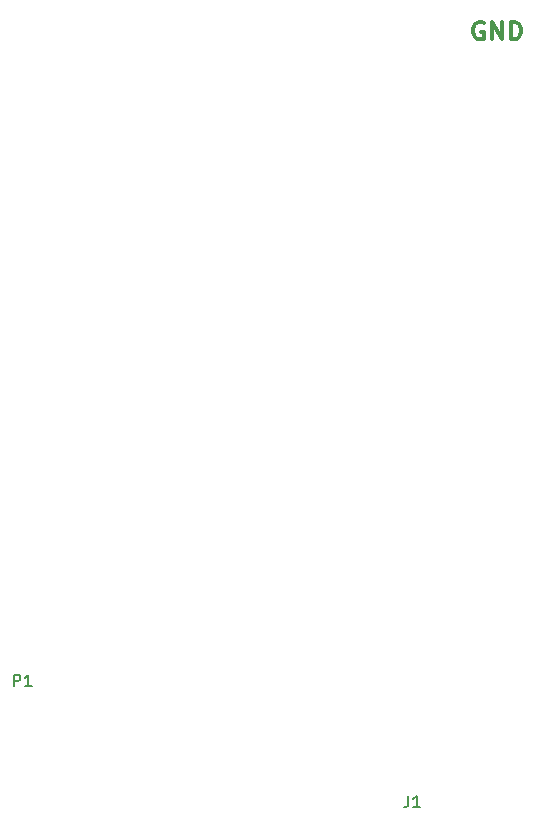
<source format=gbr>
G04 #@! TF.GenerationSoftware,KiCad,Pcbnew,5.0.2-bee76a0~70~ubuntu18.04.1*
G04 #@! TF.CreationDate,2020-12-14T21:02:24+01:00*
G04 #@! TF.ProjectId,DIMMCartridge,44494d4d-4361-4727-9472-696467652e6b,rev?*
G04 #@! TF.SameCoordinates,Original*
G04 #@! TF.FileFunction,Legend,Top*
G04 #@! TF.FilePolarity,Positive*
%FSLAX46Y46*%
G04 Gerber Fmt 4.6, Leading zero omitted, Abs format (unit mm)*
G04 Created by KiCad (PCBNEW 5.0.2-bee76a0~70~ubuntu18.04.1) date Mo 14 Dez 2020 21:02:24 CET*
%MOMM*%
%LPD*%
G01*
G04 APERTURE LIST*
%ADD10C,0.300000*%
%ADD11C,0.150000*%
G04 APERTURE END LIST*
D10*
X145796142Y-65376000D02*
X145653285Y-65304571D01*
X145439000Y-65304571D01*
X145224714Y-65376000D01*
X145081857Y-65518857D01*
X145010428Y-65661714D01*
X144939000Y-65947428D01*
X144939000Y-66161714D01*
X145010428Y-66447428D01*
X145081857Y-66590285D01*
X145224714Y-66733142D01*
X145439000Y-66804571D01*
X145581857Y-66804571D01*
X145796142Y-66733142D01*
X145867571Y-66661714D01*
X145867571Y-66161714D01*
X145581857Y-66161714D01*
X146510428Y-66804571D02*
X146510428Y-65304571D01*
X147367571Y-66804571D01*
X147367571Y-65304571D01*
X148081857Y-66804571D02*
X148081857Y-65304571D01*
X148439000Y-65304571D01*
X148653285Y-65376000D01*
X148796142Y-65518857D01*
X148867571Y-65661714D01*
X148939000Y-65947428D01*
X148939000Y-66161714D01*
X148867571Y-66447428D01*
X148796142Y-66590285D01*
X148653285Y-66733142D01*
X148439000Y-66804571D01*
X148081857Y-66804571D01*
G04 #@! TO.C,J1*
D11*
X139416666Y-130827380D02*
X139416666Y-131541666D01*
X139369047Y-131684523D01*
X139273809Y-131779761D01*
X139130952Y-131827380D01*
X139035714Y-131827380D01*
X140416666Y-131827380D02*
X139845238Y-131827380D01*
X140130952Y-131827380D02*
X140130952Y-130827380D01*
X140035714Y-130970238D01*
X139940476Y-131065476D01*
X139845238Y-131113095D01*
G04 #@! TO.C,P1*
X106011904Y-121577380D02*
X106011904Y-120577380D01*
X106392857Y-120577380D01*
X106488095Y-120625000D01*
X106535714Y-120672619D01*
X106583333Y-120767857D01*
X106583333Y-120910714D01*
X106535714Y-121005952D01*
X106488095Y-121053571D01*
X106392857Y-121101190D01*
X106011904Y-121101190D01*
X107535714Y-121577380D02*
X106964285Y-121577380D01*
X107250000Y-121577380D02*
X107250000Y-120577380D01*
X107154761Y-120720238D01*
X107059523Y-120815476D01*
X106964285Y-120863095D01*
G04 #@! TD*
M02*

</source>
